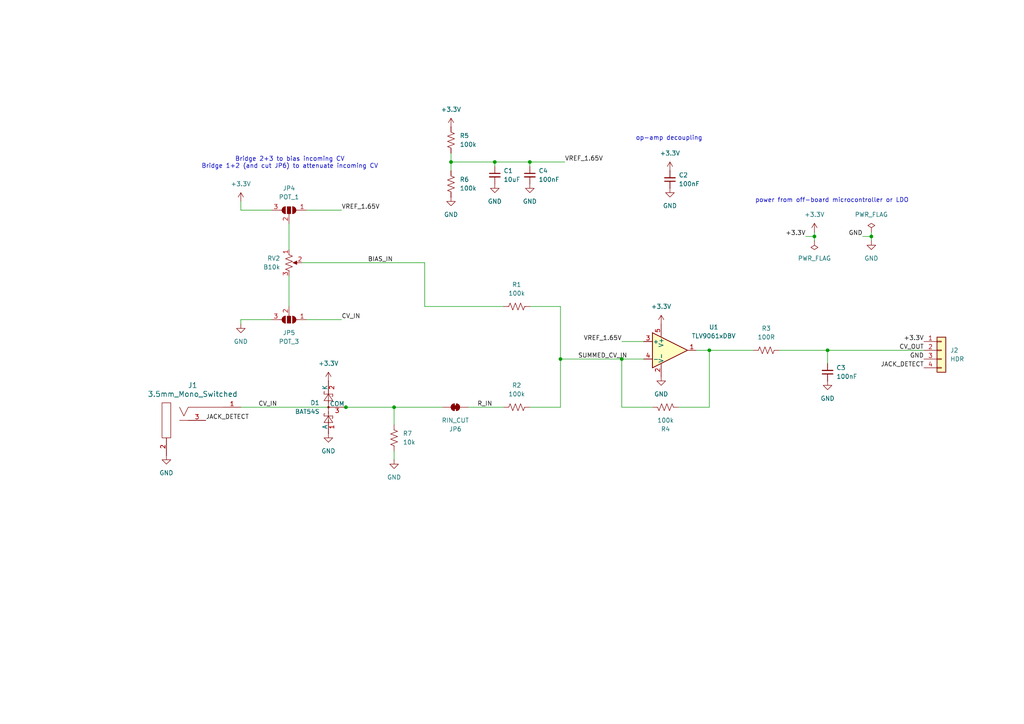
<source format=kicad_sch>
(kicad_sch (version 20250114) (generator "eeschema") (generator_version "9.0")
  (paper "A4")
  (title_block (title "patch_bits/flex-cv-in") (date "2025-07-18") (rev "A") (company "Brian Varren"))
  (lib_symbols
    (symbol "Amplifier_Operational:TLV9061xDBV" (pin_names (offset 0.127))
      (property "Reference" "U" (at -1.27 6.35 0))
      (property "Value" "TLV9061xDBV" (at -1.27 3.81 0))
      (symbol "TLV9061xDBV_0_1"
        (polyline (pts (xy -5.08 5.08) (xy 5.08 0) (xy -5.08 -5.08) (xy -5.08 5.08)) (stroke (width 0.254)) (fill (type background)))
        (pin power_in line (at -2.54 7.62 270) (length 3.81) (name "V+") (number "5"))
        (pin power_in line (at -2.54 -7.62 90) (length 3.81) (name "V-") (number "2"))
      )
      (symbol "TLV9061xDBV_1_1"
        (pin input line (at -7.62 2.54 0) (length 2.54) (name "+") (number "3"))
        (pin input line (at -7.62 -2.54 0) (length 2.54) (name "-") (number "4"))
        (pin output line (at 7.62 0 180) (length 2.54) (name "~") (number "1"))
      )
    )
    (symbol "Connector_Generic:Conn_01x04" (pin_names (offset 1.016) (hide yes))
      (property "Reference" "J" (at 0 5.08 0))
      (property "Value" "Conn_01x04" (at 0 -7.62 0))
      (symbol "Conn_01x04_1_1"
        (rectangle (start -1.27 3.81) (end 1.27 -6.35) (stroke (width 0.254)) (fill (type background)))
        (rectangle (start -1.27 2.667) (end 0 2.413) (stroke (width 0.1524)))
        (rectangle (start -1.27 0.127) (end 0 -0.127) (stroke (width 0.1524)))
        (rectangle (start -1.27 -2.413) (end 0 -2.667) (stroke (width 0.1524)))
        (rectangle (start -1.27 -4.953) (end 0 -5.207) (stroke (width 0.1524)))
        (pin passive line (at -5.08 2.54 0) (length 3.81) (name "Pin_1") (number "1"))
        (pin passive line (at -5.08 0 0) (length 3.81) (name "Pin_2") (number "2"))
        (pin passive line (at -5.08 -2.54 0) (length 3.81) (name "Pin_3") (number "3"))
        (pin passive line (at -5.08 -5.08 0) (length 3.81) (name "Pin_4") (number "4"))
      )
    )
    (symbol "Device:C_Small" (pin_numbers (hide yes)) (pin_names (offset 0.254) (hide yes))
      (property "Reference" "C" (at 0.254 1.778 0))
      (property "Value" "C_Small" (at 0.254 -2.032 0))
      (symbol "C_Small_0_1"
        (polyline (pts (xy -1.524 0.508) (xy 1.524 0.508)) (stroke (width 0.3048)))
        (polyline (pts (xy -1.524 -0.508) (xy 1.524 -0.508)) (stroke (width 0.3302)))
      )
      (symbol "C_Small_1_1"
        (pin passive line (at 0 2.54 270) (length 2.032) (name "~") (number "1"))
        (pin passive line (at 0 -2.54 90) (length 2.032) (name "~") (number "2"))
      )
    )
    (symbol "Device:R_US" (pin_numbers (hide yes)) (pin_names (offset 0))
      (property "Reference" "R" (at 2.54 0 90))
      (property "Value" "R_US" (at -2.54 0 90))
      (symbol "R_US_0_1"
        (polyline (pts (xy 0 2.286) (xy 0 2.54)))
        (polyline (pts (xy 0 2.286) (xy 1.016 1.905) (xy 0 1.524) (xy -1.016 1.143) (xy 0 0.762)))
        (polyline (pts (xy 0 0.762) (xy 1.016 0.381) (xy 0 0) (xy -1.016 -0.381) (xy 0 -0.762)))
        (polyline (pts (xy 0 -0.762) (xy 1.016 -1.143) (xy 0 -1.524) (xy -1.016 -1.905) (xy 0 -2.286)))
        (polyline (pts (xy 0 -2.286) (xy 0 -2.54)))
      )
      (symbol "R_US_1_1"
        (pin passive line (at 0 3.81 270) (length 1.27) (name "~") (number "1"))
        (pin passive line (at 0 -3.81 90) (length 1.27) (name "~") (number "2"))
      )
    )
    (symbol "Diode:BAT54S" (pin_names (offset 0))
      (property "Reference" "D" (at 2.54 -5.08 0))
      (property "Value" "BAT54S" (at -6.35 3.175 0))
      (symbol "BAT54S_0_1"
        (polyline (pts (xy -4.445 1.27) (xy -4.445 -1.27) (xy -2.54 0) (xy -4.445 1.27)))
        (polyline (pts (xy -3.81 0) (xy -1.27 0)))
        (polyline (pts (xy -3.175 -1.27) (xy -3.175 -1.016)))
        (polyline (pts (xy -2.54 1.27) (xy -1.905 1.27)))
        (polyline (pts (xy -2.54 -1.27) (xy -3.175 -1.27)))
        (polyline (pts (xy -2.54 -1.27) (xy -2.54 1.27)))
        (polyline (pts (xy -1.905 1.27) (xy -1.905 1.016)))
        (polyline (pts (xy -1.905 0) (xy 1.905 0)))
        (circle (center 0 0) (radius 0.254) (fill (type outline)))
        (polyline (pts (xy 1.27 0) (xy 3.81 0)))
        (polyline (pts (xy 1.905 1.27) (xy 1.905 -1.27) (xy 3.81 0) (xy 1.905 1.27)))
        (polyline (pts (xy 3.175 -1.27) (xy 3.175 -1.016)))
        (polyline (pts (xy 3.81 1.27) (xy 4.445 1.27)))
        (polyline (pts (xy 3.81 -1.27) (xy 3.175 -1.27)))
        (polyline (pts (xy 3.81 -1.27) (xy 3.81 1.27)))
        (polyline (pts (xy 4.445 1.27) (xy 4.445 1.016)))
      )
      (symbol "BAT54S_1_1"
        (pin passive line (at -7.62 0 0) (length 3.81) (name "A") (number "1"))
        (pin passive line (at 0 -5.08 90) (length 5.08) (name "COM") (number "3"))
        (pin passive line (at 7.62 0 180) (length 3.81) (name "K") (number "2"))
      )
    )
    (symbol "Jumper:SolderJumper_2_Bridged" (pin_numbers (hide yes)) (pin_names (offset 0) (hide yes)) (in_bom no)
      (property "Reference" "JP" (at 0 2.032 0))
      (property "Value" "SolderJumper_2_Bridged" (at 0 -2.54 0))
      (symbol "SolderJumper_2_Bridged_0_1"
        (rectangle (start -0.508 0.508) (end 0.508 -0.508) (fill (type outline)))
        (polyline (pts (xy -0.254 1.016) (xy -0.254 -1.016)))
        (arc (start -0.254 -1.016) (mid -1.2656 0) (end -0.254 1.016))
        (arc (start -0.254 -1.016) (mid -1.2656 0) (end -0.254 1.016) (fill (type outline)))
        (arc (start 0.254 1.016) (mid 1.2656 0) (end 0.254 -1.016))
        (arc (start 0.254 1.016) (mid 1.2656 0) (end 0.254 -1.016) (fill (type outline)))
        (polyline (pts (xy 0.254 1.016) (xy 0.254 -1.016)))
      )
      (symbol "SolderJumper_2_Bridged_1_1"
        (pin passive line (at -3.81 0 0) (length 2.54) (name "A") (number "1"))
        (pin passive line (at 3.81 0 180) (length 2.54) (name "B") (number "2"))
      )
    )
    (symbol "Jumper:SolderJumper_3_Open" (pin_names (offset 0) (hide yes)) (in_bom no)
      (property "Reference" "JP" (at -2.54 -2.54 0))
      (property "Value" "SolderJumper_3_Open" (at 0 2.794 0))
      (symbol "SolderJumper_3_Open_0_1"
        (polyline (pts (xy -2.54 0) (xy -2.032 0)))
        (polyline (pts (xy -1.016 1.016) (xy -1.016 -1.016)))
        (arc (start -1.016 -1.016) (mid -2.0276 0) (end -1.016 1.016))
        (arc (start -1.016 -1.016) (mid -2.0276 0) (end -1.016 1.016) (fill (type outline)))
        (rectangle (start -0.508 1.016) (end 0.508 -1.016) (fill (type outline)))
        (polyline (pts (xy 0 -1.27) (xy 0 -1.016)))
        (arc (start 1.016 1.016) (mid 2.0276 0) (end 1.016 -1.016))
        (arc (start 1.016 1.016) (mid 2.0276 0) (end 1.016 -1.016) (fill (type outline)))
        (polyline (pts (xy 1.016 1.016) (xy 1.016 -1.016)))
        (polyline (pts (xy 2.54 0) (xy 2.032 0)))
      )
      (symbol "SolderJumper_3_Open_1_1"
        (pin passive line (at -5.08 0 0) (length 2.54) (name "A") (number "1"))
        (pin passive line (at 0 -3.81 90) (length 2.54) (name "C") (number "2"))
        (pin passive line (at 5.08 0 180) (length 2.54) (name "B") (number "3"))
      )
    )
    (symbol "elemental_jack:3.5mm_Mono_Switched" (pin_names (offset 0) (hide yes))
      (property "Reference" "J" (at -6.35 -7.62 0))
      (property "Value" "3.5mm_Mono_Switched" (at 6.35 6.604 0))
      (symbol "3.5mm_Mono_Switched_0_0"
        (rectangle (start -6.35 5.08) (end -3.81 -5.08))
        (polyline (pts (xy -1.27 3.81) (xy 0 1.27) (xy 1.27 3.81) (xy 11.43 3.81)))
        (polyline (pts (xy -1.27 0) (xy 1.27 0)))
      )
      (symbol "3.5mm_Mono_Switched_1_1"
        (pin passive line (at -5.08 -10.16 90) (length 5.08) (name "SHEILD") (number "2"))
        (pin passive line (at 6.35 0 180) (length 5.08) (name "SW") (number "3"))
        (pin passive line (at 16.51 3.81 180) (length 5.08) (name "SIG") (number "1"))
      )
    )
    (symbol "elemental_potentiometer:RV_9mm_10k_Knurled_NoDet" (pin_names (offset 1.016) (hide yes))
      (property "Reference" "RV" (at -4.445 0 90))
      (property "Value" "RV_9mm_10k_Knurled_NoDet" (at -2.54 0 90))
      (symbol "RV_9mm_10k_Knurled_NoDet_0_1"
        (polyline (pts (xy 0 2.54) (xy 0 2.286)))
        (polyline (pts (xy 0 2.286) (xy 1.016 1.905) (xy 0 1.524) (xy -1.016 1.143) (xy 0 0.762)))
        (polyline (pts (xy 0 0.762) (xy 1.016 0.381) (xy 0 0) (xy -1.016 -0.381) (xy 0 -0.762)))
        (polyline (pts (xy 0 -0.762) (xy 1.016 -1.143) (xy 0 -1.524) (xy -1.016 -1.905) (xy 0 -2.286)))
        (polyline (pts (xy 0 -2.286) (xy 0 -2.54)))
        (polyline (pts (xy 1.143 0) (xy 2.286 0.508) (xy 2.286 -0.508) (xy 1.143 0)) (fill (type outline)))
        (polyline (pts (xy 2.54 0) (xy 1.524 0)))
      )
      (symbol "RV_9mm_10k_Knurled_NoDet_1_1"
        (pin passive line (at 0 3.81 270) (length 1.27) (name "1") (number "1"))
        (pin passive line (at 0 -3.81 90) (length 1.27) (name "3") (number "3"))
        (pin passive line (at 3.81 0 180) (length 1.27) (name "2") (number "2"))
      )
    )
    (symbol "power:+3.3V" (power) (pin_numbers (hide yes)) (pin_names (offset 0) (hide yes))
      (property "Value" "+3.3V" (at 0 3.556 0))
      (symbol "+3.3V_0_1"
        (polyline (pts (xy -0.762 1.27) (xy 0 2.54)))
        (polyline (pts (xy 0 2.54) (xy 0.762 1.27)))
        (polyline (pts (xy 0 0) (xy 0 2.54)))
      )
      (symbol "+3.3V_1_1"
        (pin power_in line (at 0 0 90) (length 0) (name "~") (number "1"))
      )
    )
    (symbol "power:GND" (power) (pin_numbers (hide yes)) (pin_names (offset 0) (hide yes))
      (property "Value" "GND" (at 0 -3.81 0))
      (symbol "GND_0_1"
        (polyline (pts (xy 0 0) (xy 0 -1.27) (xy 1.27 -1.27) (xy 0 -2.54) (xy -1.27 -1.27) (xy 0 -1.27)))
      )
      (symbol "GND_1_1"
        (pin power_in line (at 0 0 270) (length 0) (name "~") (number "1"))
      )
    )
    (symbol "power:PWR_FLAG" (power) (pin_numbers (hide yes)) (pin_names (offset 0) (hide yes))
      (property "Value" "PWR_FLAG" (at 0 3.81 0))
      (symbol "PWR_FLAG_0_0"
        (pin power_out line (at 0 0 90) (length 0) (name "~") (number "1"))
      )
      (symbol "PWR_FLAG_0_1"
        (polyline (pts (xy 0 0) (xy 0 1.27) (xy -1.016 1.905) (xy 0 2.54) (xy 1.016 1.905) (xy 0 1.27)))
      )
    )
  )
  (text "op-amp decoupling" (at 194.056 40.132 0) (effects (font (size 1.27 1.27))))
  (text "power from off-board microcontroller or LDO" (at 241.3 58.166 0) (effects (font (size 1.27 1.27))))
  (text "Bridge 2+3 to bias incoming CV\nBridge 1+2 (and cut JP6) to attenuate incoming CV" (at 84.074 47.244 0) (effects (font (size 1.27 1.27))))
  (junction (at 130.81 46.99))
  (junction (at 252.73 68.58))
  (junction (at 205.74 101.6))
  (junction (at 114.3 118.11))
  (junction (at 162.56 104.14))
  (junction (at 236.22 68.58))
  (junction (at 153.67 46.99))
  (junction (at 100.33 118.11))
  (junction (at 143.51 46.99))
  (junction (at 180.34 104.14))
  (junction (at 240.03 101.6))
  (wire (pts (xy 226.06 101.6) (xy 240.03 101.6)))
  (wire (pts (xy 69.85 118.11) (xy 100.33 118.11)))
  (wire (pts (xy 87.63 76.2) (xy 123.19 76.2)))
  (wire (pts (xy 114.3 118.11) (xy 128.27 118.11)))
  (wire (pts (xy 143.51 46.99) (xy 143.51 48.26)))
  (wire (pts (xy 180.34 99.06) (xy 186.69 99.06)))
  (wire (pts (xy 153.67 118.11) (xy 162.56 118.11)))
  (wire (pts (xy 69.85 60.96) (xy 78.74 60.96)))
  (wire (pts (xy 236.22 67.31) (xy 236.22 68.58)))
  (wire (pts (xy 88.9 92.71) (xy 99.06 92.71)))
  (wire (pts (xy 83.82 80.01) (xy 83.82 88.9)))
  (wire (pts (xy 143.51 46.99) (xy 153.67 46.99)))
  (wire (pts (xy 236.22 68.58) (xy 236.22 69.85)))
  (wire (pts (xy 240.03 101.6) (xy 267.97 101.6)))
  (wire (pts (xy 205.74 101.6) (xy 201.93 101.6)))
  (wire (pts (xy 186.69 104.14) (xy 180.34 104.14)))
  (wire (pts (xy 100.33 118.11) (xy 114.3 118.11)))
  (wire (pts (xy 240.03 105.41) (xy 240.03 101.6)))
  (wire (pts (xy 180.34 118.11) (xy 189.23 118.11)))
  (wire (pts (xy 69.85 58.42) (xy 69.85 60.96)))
  (wire (pts (xy 88.9 60.96) (xy 99.06 60.96)))
  (wire (pts (xy 205.74 118.11) (xy 205.74 101.6)))
  (wire (pts (xy 114.3 130.81) (xy 114.3 133.35)))
  (wire (pts (xy 162.56 88.9) (xy 162.56 104.14)))
  (wire (pts (xy 153.67 46.99) (xy 153.67 48.26)))
  (wire (pts (xy 180.34 104.14) (xy 180.34 118.11)))
  (wire (pts (xy 252.73 68.58) (xy 252.73 69.85)))
  (wire (pts (xy 162.56 104.14) (xy 162.56 118.11)))
  (wire (pts (xy 83.82 64.77) (xy 83.82 72.39)))
  (wire (pts (xy 114.3 118.11) (xy 114.3 123.19)))
  (wire (pts (xy 135.89 118.11) (xy 146.05 118.11)))
  (wire (pts (xy 252.73 67.31) (xy 252.73 68.58)))
  (wire (pts (xy 123.19 88.9) (xy 146.05 88.9)))
  (wire (pts (xy 130.81 44.45) (xy 130.81 46.99)))
  (wire (pts (xy 233.68 68.58) (xy 236.22 68.58)))
  (wire (pts (xy 69.85 92.71) (xy 69.85 93.98)))
  (wire (pts (xy 250.19 68.58) (xy 252.73 68.58)))
  (wire (pts (xy 153.67 46.99) (xy 163.83 46.99)))
  (wire (pts (xy 196.85 118.11) (xy 205.74 118.11)))
  (wire (pts (xy 162.56 88.9) (xy 153.67 88.9)))
  (wire (pts (xy 130.81 46.99) (xy 143.51 46.99)))
  (wire (pts (xy 78.74 92.71) (xy 69.85 92.71)))
  (wire (pts (xy 123.19 76.2) (xy 123.19 88.9)))
  (wire (pts (xy 162.56 104.14) (xy 180.34 104.14)))
  (wire (pts (xy 205.74 101.6) (xy 218.44 101.6)))
  (wire (pts (xy 130.81 46.99) (xy 130.81 49.53)))
  (label "BIAS_IN" (at 106.68 76.2 0))
  (label "JACK_DETECT" (at 267.97 106.68 180))
  (label "GND" (at 267.97 104.14 180))
  (label "VREF_1.65V" (at 163.83 46.99 0))
  (label "GND" (at 250.19 68.58 180))
  (label "CV_OUT" (at 267.97 101.6 180))
  (label "VREF_1.65V" (at 180.34 99.06 180))
  (label "SUMMED_CV_IN" (at 167.64 104.14 0))
  (label "VREF_1.65V" (at 99.06 60.96 0))
  (label "JACK_DETECT" (at 59.69 121.92 0))
  (label "CV_IN" (at 99.06 92.71 0))
  (label "+3.3V" (at 267.97 99.06 180))
  (label "R_IN" (at 138.43 118.11 0))
  (label "+3.3V" (at 233.68 68.58 180))
  (label "CV_IN" (at 74.93 118.11 0))
  (symbol (lib_id "Device:C_Small") (at 240.03 107.95 180) (unit 1)
    (property "Reference" "C3" (at 242.57 106.6735 0) (effects (justify right)))
    (property "Value" "100nF" (at 242.57 109.2135 0) (effects (justify right)))
    (property "Footprint" "Capacitor_SMD:C_0805_2012Metric" (effects (hide yes)))
    (property "Description" "Unpolarized capacitor, small symbol" (effects (hide yes)))
  )
  (symbol (lib_id "power:PWR_FLAG") (at 252.73 67.31 0) (unit 1)
    (property "Reference" "#FLG02" (effects (hide yes)))
    (property "Value" "PWR_FLAG" (at 252.73 62.23 0))
    (property "Description" "Special symbol for telling ERC where power comes from" (effects (hide yes)))
  )
  (symbol (lib_id "elemental_potentiometer:RV_9mm_10k_Knurled_NoDet") (at 83.82 76.2 0) (unit 1)
    (property "Reference" "RV2" (at 81.28 74.9299 0) (effects (justify right)))
    (property "Value" "B10k" (at 81.28 77.4699 0) (effects (justify right)))
    (property "Footprint" "elemental_potentiometer:Pot_9mm_Knurl_NoDet" (effects (hide yes)))
    (property "Description" "Potentiometer, US symbol" (effects (hide yes)))
  )
  (symbol (lib_id "power:GND") (at 191.77 109.22 0) (unit 1)
    (property "Reference" "#PWR02" (effects (hide yes)))
    (property "Value" "GND" (at 191.77 114.3 0))
    (property "Description" "Power symbol creates a global label with name \"GND\" , ground" (effects (hide yes)))
  )
  (symbol (lib_id "power:+3.3V") (at 194.31 49.53 0) (unit 1)
    (property "Reference" "#PWR016" (effects (hide yes)))
    (property "Value" "+3.3V" (at 194.31 44.45 0))
    (property "Description" "Power symbol creates a global label with name \"+3.3V\"" (effects (hide yes)))
  )
  (symbol (lib_id "power:GND") (at 143.51 53.34 0) (unit 1)
    (property "Reference" "#PWR019" (effects (hide yes)))
    (property "Value" "GND" (at 143.51 58.42 0))
    (property "Description" "Power symbol creates a global label with name \"GND\" , ground" (effects (hide yes)))
  )
  (symbol (lib_id "Amplifier_Operational:TLV9061xDBV") (at 194.31 101.6 0) (unit 1)
    (property "Reference" "U1" (at 207.01 94.9063 0))
    (property "Value" "TLV9061xDBV" (at 207.01 97.4463 0))
    (property "Footprint" "Package_TO_SOT_SMD:SOT-23-5" (effects (hide yes)))
    (property "Datasheet" "https://www.ti.com/lit/ds/symlink/tlv9061.pdf" (effects (hide yes)))
    (property "Description" "10-MHz, RRIO, CMOS Operational Amplifiers for Cost-Sensitive Systems, SOT-23-5" (effects (hide yes)))
  )
  (symbol (lib_id "Device:C_Small") (at 143.51 50.8 0) (unit 1)
    (property "Reference" "C1" (at 146.05 49.5362 0) (effects (justify left)))
    (property "Value" "10uF" (at 146.05 52.0762 0) (effects (justify left)))
    (property "Footprint" "Capacitor_SMD:C_0805_2012Metric" (effects (hide yes)))
    (property "Description" "Unpolarized capacitor, small symbol" (effects (hide yes)))
  )
  (symbol (lib_id "Jumper:SolderJumper_3_Open") (at 83.82 92.71 180) (unit 1) (in_bom no)
    (property "Reference" "JP5" (at 83.82 96.52 0))
    (property "Value" "POT_3" (at 83.82 99.06 0))
    (property "Footprint" "elemental_jumper:SolderJumper-3_P1.3mm_Open_RoundedPad1.0x1.5mm" (effects (hide yes)))
    (property "Description" "Solder Jumper, 3-pole, open" (effects (hide yes)))
  )
  (symbol (lib_id "power:+3.3V") (at 236.22 67.31 0) (unit 1)
    (property "Reference" "#PWR014" (effects (hide yes)))
    (property "Value" "+3.3V" (at 236.22 62.23 0))
    (property "Description" "Power symbol creates a global label with name \"+3.3V\"" (effects (hide yes)))
  )
  (symbol (lib_id "Jumper:SolderJumper_3_Open") (at 83.82 60.96 0) (mirror y) (unit 1) (in_bom no)
    (property "Reference" "JP4" (at 83.82 54.61 0))
    (property "Value" "POT_1" (at 83.82 57.15 0))
    (property "Footprint" "elemental_jumper:SolderJumper-3_P1.3mm_Open_RoundedPad1.0x1.5mm" (effects (hide yes)))
    (property "Description" "Solder Jumper, 3-pole, open" (effects (hide yes)))
  )
  (symbol (lib_id "Diode:BAT54S") (at 95.25 118.11 90) (unit 1)
    (property "Reference" "D1" (at 92.71 116.8399 90) (effects (justify left)))
    (property "Value" "BAT54S" (at 92.71 119.3799 90) (effects (justify left)))
    (property "Footprint" "Package_TO_SOT_SMD:SOT-23" (effects (hide yes)))
    (property "Datasheet" "https://www.diodes.com/assets/Datasheets/ds11005.pdf" (effects (hide yes)))
    (property "Description" "Vr 30V, If 200mA, Dual schottky barrier diode, in series, SOT-323" (effects (hide yes)))
  )
  (symbol (lib_id "power:GND") (at 48.26 132.08 0) (unit 1)
    (property "Reference" "#PWR013" (effects (hide yes)))
    (property "Value" "GND" (at 48.26 137.16 0))
    (property "Description" "Power symbol creates a global label with name \"GND\" , ground" (effects (hide yes)))
  )
  (symbol (lib_id "power:PWR_FLAG") (at 236.22 69.85 180) (unit 1)
    (property "Reference" "#FLG01" (effects (hide yes)))
    (property "Value" "PWR_FLAG" (at 236.22 74.93 0))
    (property "Description" "Special symbol for telling ERC where power comes from" (effects (hide yes)))
  )
  (symbol (lib_id "power:GND") (at 95.25 125.73 0) (unit 1)
    (property "Reference" "#PWR08" (effects (hide yes)))
    (property "Value" "GND" (at 95.25 130.81 0))
    (property "Description" "Power symbol creates a global label with name \"GND\" , ground" (effects (hide yes)))
  )
  (symbol (lib_id "power:GND") (at 240.03 110.49 0) (unit 1)
    (property "Reference" "#PWR010" (effects (hide yes)))
    (property "Value" "GND" (at 240.03 115.57 0))
    (property "Description" "Power symbol creates a global label with name \"GND\" , ground" (effects (hide yes)))
  )
  (symbol (lib_id "Device:R_US") (at 149.86 88.9 90) (unit 1)
    (property "Reference" "R1" (at 149.86 82.55 90))
    (property "Value" "100k" (at 149.86 85.09 90))
    (property "Footprint" "Resistor_SMD:R_0805_2012Metric" (effects (hide yes)))
    (property "Description" "Resistor, US symbol" (effects (hide yes)))
  )
  (symbol (lib_id "Device:R_US") (at 114.3 127 180) (unit 1)
    (property "Reference" "R7" (at 116.84 125.7299 0) (effects (justify right)))
    (property "Value" "10k" (at 116.84 128.2699 0) (effects (justify right)))
    (property "Footprint" "Resistor_SMD:R_0805_2012Metric" (effects (hide yes)))
    (property "Description" "Resistor, US symbol" (effects (hide yes)))
  )
  (symbol (lib_id "Device:R_US") (at 130.81 40.64 0) (unit 1)
    (property "Reference" "R5" (at 133.35 39.3699 0) (effects (justify left)))
    (property "Value" "100k" (at 133.35 41.9099 0) (effects (justify left)))
    (property "Footprint" "Resistor_SMD:R_0805_2012Metric" (effects (hide yes)))
    (property "Description" "Resistor, US symbol" (effects (hide yes)))
  )
  (symbol (lib_id "power:+3.3V") (at 130.81 36.83 0) (unit 1)
    (property "Reference" "#PWR017" (effects (hide yes)))
    (property "Value" "+3.3V" (at 130.81 31.75 0))
    (property "Description" "Power symbol creates a global label with name \"+3.3V\"" (effects (hide yes)))
  )
  (symbol (lib_id "Device:R_US") (at 130.81 53.34 0) (unit 1)
    (property "Reference" "R6" (at 133.35 52.0699 0) (effects (justify left)))
    (property "Value" "100k" (at 133.35 54.6099 0) (effects (justify left)))
    (property "Footprint" "Resistor_SMD:R_0805_2012Metric" (effects (hide yes)))
    (property "Description" "Resistor, US symbol" (effects (hide yes)))
  )
  (symbol (lib_id "power:GND") (at 194.31 54.61 0) (unit 1)
    (property "Reference" "#PWR09" (effects (hide yes)))
    (property "Value" "GND" (at 194.31 59.69 0))
    (property "Description" "Power symbol creates a global label with name \"GND\" , ground" (effects (hide yes)))
  )
  (symbol (lib_id "power:+3.3V") (at 191.77 93.98 0) (unit 1)
    (property "Reference" "#PWR01" (effects (hide yes)))
    (property "Value" "+3.3V" (at 191.77 88.9 0))
    (property "Description" "Power symbol creates a global label with name \"+3.3V\"" (effects (hide yes)))
  )
  (symbol (lib_id "power:GND") (at 114.3 133.35 0) (unit 1)
    (property "Reference" "#PWR04" (effects (hide yes)))
    (property "Value" "GND" (at 114.3 138.43 0))
    (property "Description" "Power symbol creates a global label with name \"GND\" , ground" (effects (hide yes)))
  )
  (symbol (lib_id "power:GND") (at 153.67 53.34 0) (unit 1)
    (property "Reference" "#PWR020" (effects (hide yes)))
    (property "Value" "GND" (at 153.67 58.42 0))
    (property "Description" "Power symbol creates a global label with name \"GND\" , ground" (effects (hide yes)))
  )
  (symbol (lib_id "power:GND") (at 252.73 69.85 0) (unit 1)
    (property "Reference" "#PWR015" (effects (hide yes)))
    (property "Value" "GND" (at 252.73 74.93 0))
    (property "Description" "Power symbol creates a global label with name \"GND\" , ground" (effects (hide yes)))
  )
  (symbol (lib_id "power:GND") (at 69.85 93.98 0) (unit 1)
    (property "Reference" "#PWR021" (effects (hide yes)))
    (property "Value" "GND" (at 69.85 99.06 0))
    (property "Description" "Power symbol creates a global label with name \"GND\" , ground" (effects (hide yes)))
  )
  (symbol (lib_id "Jumper:SolderJumper_2_Bridged") (at 132.08 118.11 180) (unit 1) (in_bom no)
    (property "Reference" "JP6" (at 132.08 124.46 0))
    (property "Value" "RIN_CUT" (at 132.08 121.92 0))
    (property "Footprint" "Jumper:SolderJumper-2_P1.3mm_Bridged_RoundedPad1.0x1.5mm" (effects (hide yes)))
    (property "Description" "Solder Jumper, 2-pole, closed/bridged" (effects (hide yes)))
  )
  (symbol (lib_id "Connector_Generic:Conn_01x04") (at 273.05 101.6 0) (unit 1)
    (property "Reference" "J2" (at 275.59 101.5999 0) (effects (justify left)))
    (property "Value" "HDR" (at 275.59 104.1399 0) (effects (justify left)))
    (property "Footprint" "Connector_PinHeader_2.54mm:PinHeader_1x04_P2.54mm_Vertical" (effects (hide yes)))
    (property "Description" "Generic connector, single row, 01x04, script generated (kicad-library-utils/schlib/autogen/connector/)" (effects (hide yes)))
  )
  (symbol (lib_id "power:+3.3V") (at 69.85 58.42 0) (unit 1)
    (property "Reference" "#PWR03" (effects (hide yes)))
    (property "Value" "+3.3V" (at 69.85 53.34 0))
    (property "Description" "Power symbol creates a global label with name \"+3.3V\"" (effects (hide yes)))
  )
  (symbol (lib_id "power:+3.3V") (at 95.25 110.49 0) (unit 1)
    (property "Reference" "#PWR07" (effects (hide yes)))
    (property "Value" "+3.3V" (at 95.25 105.41 0))
    (property "Description" "Power symbol creates a global label with name \"+3.3V\"" (effects (hide yes)))
  )
  (symbol (lib_id "elemental_jack:3.5mm_Mono_Switched") (at 53.34 121.92 0) (unit 1)
    (property "Reference" "J1" (at 55.88 111.76 0) (effects (font (size 1.524 1.524))))
    (property "Value" "3.5mm_Mono_Switched" (at 55.88 114.3 0) (effects (font (size 1.524 1.524))))
    (property "Footprint" "elemental_jack:EighthInch_PJ398SM" (effects (hide yes)))
    (property "Description" "Audio 3.5mm Jack, mono, switched, PC-pin Vertical" (effects (hide yes)))
    (property "Specifications" "Audio 3.5mm Jack, mono, switched, PC-pin Vertical" (effects (hide yes)))
    (property "Manufacturer" "Wenzhou QingPu Electronics Co" (effects (hide yes)))
    (property "Part Number" "WQP-WQP518MA" (effects (hide yes)))
  )
  (symbol (lib_id "Device:C_Small") (at 194.31 52.07 180) (unit 1)
    (property "Reference" "C2" (at 196.85 50.7935 0) (effects (justify right)))
    (property "Value" "100nF" (at 196.85 53.3335 0) (effects (justify right)))
    (property "Footprint" "Capacitor_SMD:C_0805_2012Metric" (effects (hide yes)))
    (property "Description" "Unpolarized capacitor, small symbol" (effects (hide yes)))
  )
  (symbol (lib_id "power:GND") (at 130.81 57.15 0) (unit 1)
    (property "Reference" "#PWR018" (effects (hide yes)))
    (property "Value" "GND" (at 130.81 62.23 0))
    (property "Description" "Power symbol creates a global label with name \"GND\" , ground" (effects (hide yes)))
  )
  (symbol (lib_id "Device:C_Small") (at 153.67 50.8 0) (unit 1)
    (property "Reference" "C4" (at 156.21 49.5362 0) (effects (justify left)))
    (property "Value" "100nF" (at 156.21 52.0762 0) (effects (justify left)))
    (property "Footprint" "Capacitor_SMD:C_0805_2012Metric" (effects (hide yes)))
    (property "Description" "Unpolarized capacitor, small symbol" (effects (hide yes)))
  )
  (symbol (lib_id "Device:R_US") (at 149.86 118.11 90) (unit 1)
    (property "Reference" "R2" (at 149.86 111.76 90))
    (property "Value" "100k" (at 149.86 114.3 90))
    (property "Footprint" "Resistor_SMD:R_0805_2012Metric" (effects (hide yes)))
    (property "Description" "Resistor, US symbol" (effects (hide yes)))
  )
  (symbol (lib_id "Device:R_US") (at 193.04 118.11 90) (mirror x) (unit 1)
    (property "Reference" "R4" (at 193.04 124.46 90))
    (property "Value" "100k" (at 193.04 121.92 90))
    (property "Footprint" "Resistor_SMD:R_0805_2012Metric" (effects (hide yes)))
    (property "Description" "Resistor, US symbol" (effects (hide yes)))
  )
  (symbol (lib_id "Device:R_US") (at 222.25 101.6 90) (unit 1)
    (property "Reference" "R3" (at 222.25 95.25 90))
    (property "Value" "100R" (at 222.25 97.79 90))
    (property "Footprint" "Resistor_SMD:R_0805_2012Metric" (effects (hide yes)))
    (property "Description" "Resistor, US symbol" (effects (hide yes)))
  )
)
</source>
